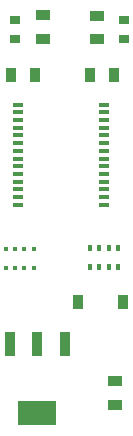
<source format=gbr>
%TF.GenerationSoftware,Altium Limited,Altium Designer,19.0.10 (269)*%
G04 Layer_Color=128*
%FSLAX45Y45*%
%MOMM*%
%TF.FileFunction,Paste,Bot*%
%TF.Part,Single*%
G01*
G75*
%TA.AperFunction,SMDPad,CuDef*%
%ADD22R,0.95000X0.38000*%
%ADD23O,0.95000X0.38000*%
%ADD24R,0.91000X1.22000*%
%ADD25R,0.40000X0.45000*%
%ADD26R,1.25000X0.94000*%
%ADD27R,0.95000X2.15000*%
%ADD28R,3.25000X2.15000*%
%ADD29R,0.94000X1.25000*%
%ADD30R,0.45000X0.50000*%
%ADD31R,0.90000X0.80000*%
D22*
X556404Y2551196D02*
D03*
D23*
Y2616196D02*
D03*
Y2681196D02*
D03*
Y2746196D02*
D03*
Y2811196D02*
D03*
Y2876196D02*
D03*
Y2941196D02*
D03*
Y3006196D02*
D03*
Y3071197D02*
D03*
Y3136197D02*
D03*
Y3201197D02*
D03*
Y3266197D02*
D03*
Y3331197D02*
D03*
Y3396197D02*
D03*
X1286404Y2551196D02*
D03*
Y2616196D02*
D03*
Y2681196D02*
D03*
Y2746196D02*
D03*
Y2811196D02*
D03*
Y2876196D02*
D03*
Y2941196D02*
D03*
Y3006196D02*
D03*
Y3071197D02*
D03*
Y3136197D02*
D03*
Y3201197D02*
D03*
Y3266197D02*
D03*
Y3331197D02*
D03*
Y3396197D02*
D03*
D24*
X1066800Y1727200D02*
D03*
X1446800D02*
D03*
D25*
X693400Y2171700D02*
D03*
X613400D02*
D03*
X533400D02*
D03*
X453400D02*
D03*
Y2011700D02*
D03*
X533400D02*
D03*
X613400D02*
D03*
X693400D02*
D03*
D26*
X1384300Y1055700D02*
D03*
Y854700D02*
D03*
X1231900Y4150800D02*
D03*
Y3949800D02*
D03*
X774700Y3951900D02*
D03*
Y4152900D02*
D03*
D27*
X953900Y1367400D02*
D03*
X723900D02*
D03*
X493900D02*
D03*
D28*
X723900Y787400D02*
D03*
D29*
X1168400Y3644900D02*
D03*
X1369400D02*
D03*
X703700D02*
D03*
X502700D02*
D03*
D30*
X1168400Y2024400D02*
D03*
X1248400D02*
D03*
X1328400D02*
D03*
X1408400D02*
D03*
X1168400Y2184400D02*
D03*
X1248400D02*
D03*
X1328400D02*
D03*
X1408400D02*
D03*
D31*
X1460500Y3949800D02*
D03*
Y4114800D02*
D03*
X533400Y3949800D02*
D03*
Y4114800D02*
D03*
%TF.MD5,8c244afe1edafcce39517af0ac1fc683*%
M02*

</source>
